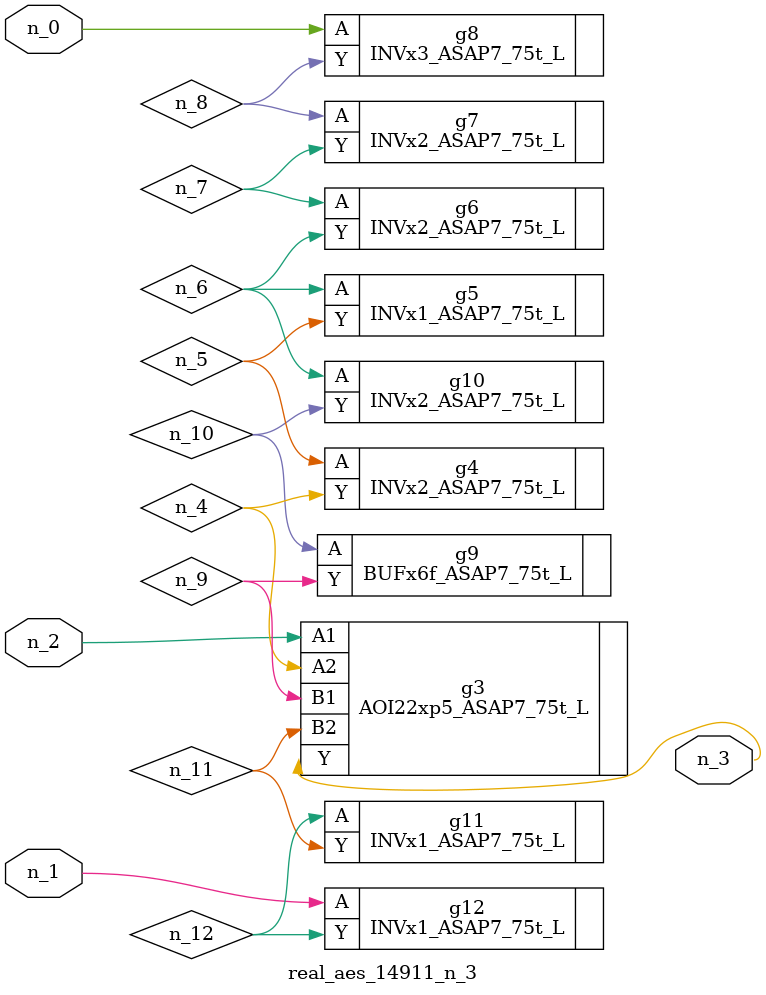
<source format=v>
module real_aes_14911_n_3 (n_0, n_2, n_1, n_3);
input n_0;
input n_2;
input n_1;
output n_3;
wire n_4;
wire n_5;
wire n_7;
wire n_9;
wire n_6;
wire n_8;
wire n_12;
wire n_10;
wire n_11;
INVx3_ASAP7_75t_L g8 ( .A(n_0), .Y(n_8) );
INVx1_ASAP7_75t_L g12 ( .A(n_1), .Y(n_12) );
AOI22xp5_ASAP7_75t_L g3 ( .A1(n_2), .A2(n_4), .B1(n_9), .B2(n_11), .Y(n_3) );
INVx2_ASAP7_75t_L g4 ( .A(n_5), .Y(n_4) );
INVx1_ASAP7_75t_L g5 ( .A(n_6), .Y(n_5) );
INVx2_ASAP7_75t_L g10 ( .A(n_6), .Y(n_10) );
INVx2_ASAP7_75t_L g6 ( .A(n_7), .Y(n_6) );
INVx2_ASAP7_75t_L g7 ( .A(n_8), .Y(n_7) );
BUFx6f_ASAP7_75t_L g9 ( .A(n_10), .Y(n_9) );
INVx1_ASAP7_75t_L g11 ( .A(n_12), .Y(n_11) );
endmodule
</source>
